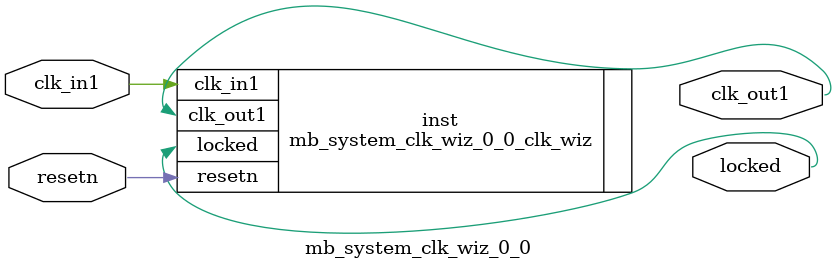
<source format=v>


`timescale 1ps/1ps

(* CORE_GENERATION_INFO = "mb_system_clk_wiz_0_0,clk_wiz_v6_0_3_0_0,{component_name=mb_system_clk_wiz_0_0,use_phase_alignment=true,use_min_o_jitter=false,use_max_i_jitter=false,use_dyn_phase_shift=false,use_inclk_switchover=false,use_dyn_reconfig=false,enable_axi=0,feedback_source=FDBK_AUTO,PRIMITIVE=MMCM,num_out_clk=1,clkin1_period=10.000,clkin2_period=10.000,use_power_down=false,use_reset=true,use_locked=true,use_inclk_stopped=false,feedback_type=SINGLE,CLOCK_MGR_TYPE=NA,manual_override=false}" *)

module mb_system_clk_wiz_0_0 
 (
  // Clock out ports
  output        clk_out1,
  // Status and control signals
  input         resetn,
  output        locked,
 // Clock in ports
  input         clk_in1
 );

  mb_system_clk_wiz_0_0_clk_wiz inst
  (
  // Clock out ports  
  .clk_out1(clk_out1),
  // Status and control signals               
  .resetn(resetn), 
  .locked(locked),
 // Clock in ports
  .clk_in1(clk_in1)
  );

endmodule

</source>
